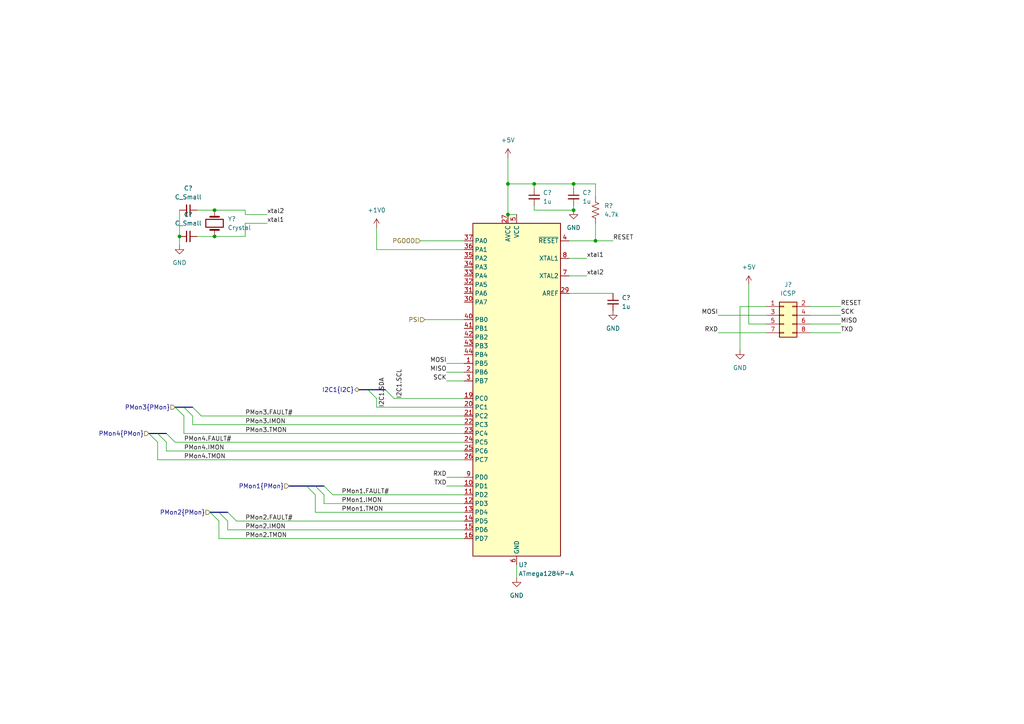
<source format=kicad_sch>
(kicad_sch (version 20211123) (generator eeschema)
  (paper "A4")
  (lib_symbols
    (symbol "Connector_Generic:Conn_02x04_Odd_Even" (pin_names (offset 1.016) hide)
      (property "Reference" "J" (at 1.27 5.08 0))
      (property "Value" "Conn_02x04_Odd_Even" (at 1.27 -7.62 0))
      (symbol "Conn_02x04_Odd_Even_1_1"
        (rectangle (start -1.27 -4.953) (end 0 -5.207) (stroke (width 0.1524)))
        (rectangle (start -1.27 -2.413) (end 0 -2.667) (stroke (width 0.1524)))
        (rectangle (start -1.27 0.127) (end 0 -0.127) (stroke (width 0.1524)))
        (rectangle (start -1.27 2.667) (end 0 2.413) (stroke (width 0.1524)))
        (rectangle (start -1.27 3.81) (end 3.81 -6.35) (stroke (width 0.254)) (fill (type background)))
        (rectangle (start 3.81 -4.953) (end 2.54 -5.207) (stroke (width 0.1524)))
        (rectangle (start 3.81 -2.413) (end 2.54 -2.667) (stroke (width 0.1524)))
        (rectangle (start 3.81 0.127) (end 2.54 -0.127) (stroke (width 0.1524)))
        (rectangle (start 3.81 2.667) (end 2.54 2.413) (stroke (width 0.1524)))
        (pin passive line (at -5.08 2.54 0) (length 3.81) (name "Pin_1") (number "1"))
        (pin passive line (at 7.62 2.54 180) (length 3.81) (name "Pin_2") (number "2"))
        (pin passive line (at -5.08 0 0) (length 3.81) (name "Pin_3") (number "3"))
        (pin passive line (at 7.62 0 180) (length 3.81) (name "Pin_4") (number "4"))
        (pin passive line (at -5.08 -2.54 0) (length 3.81) (name "Pin_5") (number "5"))
        (pin passive line (at 7.62 -2.54 180) (length 3.81) (name "Pin_6") (number "6"))
        (pin passive line (at -5.08 -5.08 0) (length 3.81) (name "Pin_7") (number "7"))
        (pin passive line (at 7.62 -5.08 180) (length 3.81) (name "Pin_8") (number "8"))
      )
    )
    (symbol "Device:C_Small" (pin_numbers hide) (pin_names (offset 0.254) hide)
      (property "Reference" "C" (at 0.254 1.778 0))
      (property "Value" "C_Small" (at 0.254 -2.032 0))
      (symbol "C_Small_0_1"
        (polyline (pts (xy -1.524 -0.508) (xy 1.524 -0.508)) (stroke (width 0.3302)))
        (polyline (pts (xy -1.524 0.508) (xy 1.524 0.508)) (stroke (width 0.3048)))
      )
      (symbol "C_Small_1_1"
        (pin passive line (at 0 2.54 270) (length 2.032) (name "~") (number "1"))
        (pin passive line (at 0 -2.54 90) (length 2.032) (name "~") (number "2"))
      )
    )
    (symbol "Device:Crystal" (pin_numbers hide) (pin_names (offset 1.016) hide)
      (property "Reference" "Y" (at 0 3.81 0))
      (property "Value" "Crystal" (at 0 -3.81 0))
      (symbol "Crystal_0_1"
        (rectangle (start -1.143 2.54) (end 1.143 -2.54) (stroke (width 0.3048)))
        (polyline (pts (xy -2.54 0) (xy -1.905 0)))
        (polyline (pts (xy -1.905 -1.27) (xy -1.905 1.27)) (stroke (width 0.508)))
        (polyline (pts (xy 1.905 -1.27) (xy 1.905 1.27)) (stroke (width 0.508)))
        (polyline (pts (xy 2.54 0) (xy 1.905 0)))
      )
      (symbol "Crystal_1_1"
        (pin passive line (at -3.81 0 0) (length 1.27) (name "1") (number "1"))
        (pin passive line (at 3.81 0 180) (length 1.27) (name "2") (number "2"))
      )
    )
    (symbol "Device:R_US" (pin_numbers hide) (pin_names (offset 0))
      (property "Reference" "R" (at 2.54 0 90))
      (property "Value" "R_US" (at -2.54 0 90))
      (symbol "R_US_0_1"
        (polyline (pts (xy 0 -2.286) (xy 0 -2.54)))
        (polyline (pts (xy 0 2.286) (xy 0 2.54)))
        (polyline (pts (xy 0 -0.762) (xy 1.016 -1.143) (xy 0 -1.524) (xy -1.016 -1.905) (xy 0 -2.286)))
        (polyline (pts (xy 0 0.762) (xy 1.016 0.381) (xy 0 0) (xy -1.016 -0.381) (xy 0 -0.762)))
        (polyline (pts (xy 0 2.286) (xy 1.016 1.905) (xy 0 1.524) (xy -1.016 1.143) (xy 0 0.762)))
      )
      (symbol "R_US_1_1"
        (pin passive line (at 0 3.81 270) (length 1.27) (name "~") (number "1"))
        (pin passive line (at 0 -3.81 90) (length 1.27) (name "~") (number "2"))
      )
    )
    (symbol "MCU_Microchip_ATmega:ATmega1284P-A"
      (property "Reference" "U" (at -12.7 49.53 0))
      (property "Value" "ATmega1284P-A" (at 2.54 -49.53 0))
      (symbol "ATmega1284P-A_0_1"
        (rectangle (start -12.7 -48.26) (end 12.7 48.26) (stroke (width 0.254)) (fill (type background)))
      )
      (symbol "ATmega1284P-A_1_1"
        (pin bidirectional line (at 15.24 7.62 180) (length 2.54) (name "PB5") (number "1"))
        (pin bidirectional line (at 15.24 -27.94 180) (length 2.54) (name "PD1") (number "10"))
        (pin bidirectional line (at 15.24 -30.48 180) (length 2.54) (name "PD2") (number "11"))
        (pin bidirectional line (at 15.24 -33.02 180) (length 2.54) (name "PD3") (number "12"))
        (pin bidirectional line (at 15.24 -35.56 180) (length 2.54) (name "PD4") (number "13"))
        (pin bidirectional line (at 15.24 -38.1 180) (length 2.54) (name "PD5") (number "14"))
        (pin bidirectional line (at 15.24 -40.64 180) (length 2.54) (name "PD6") (number "15"))
        (pin bidirectional line (at 15.24 -43.18 180) (length 2.54) (name "PD7") (number "16"))
        (pin passive line (at 0 50.8 270) (length 2.54) hide (name "VCC") (number "17"))
        (pin passive line (at 0 -50.8 90) (length 2.54) hide (name "GND") (number "18"))
        (pin bidirectional line (at 15.24 -2.54 180) (length 2.54) (name "PC0") (number "19"))
        (pin bidirectional line (at 15.24 5.08 180) (length 2.54) (name "PB6") (number "2"))
        (pin bidirectional line (at 15.24 -5.08 180) (length 2.54) (name "PC1") (number "20"))
        (pin bidirectional line (at 15.24 -7.62 180) (length 2.54) (name "PC2") (number "21"))
        (pin bidirectional line (at 15.24 -10.16 180) (length 2.54) (name "PC3") (number "22"))
        (pin bidirectional line (at 15.24 -12.7 180) (length 2.54) (name "PC4") (number "23"))
        (pin bidirectional line (at 15.24 -15.24 180) (length 2.54) (name "PC5") (number "24"))
        (pin bidirectional line (at 15.24 -17.78 180) (length 2.54) (name "PC6") (number "25"))
        (pin bidirectional line (at 15.24 -20.32 180) (length 2.54) (name "PC7") (number "26"))
        (pin power_in line (at 2.54 50.8 270) (length 2.54) (name "AVCC") (number "27"))
        (pin passive line (at 0 -50.8 90) (length 2.54) hide (name "GND") (number "28"))
        (pin passive line (at -15.24 27.94 0) (length 2.54) (name "AREF") (number "29"))
        (pin bidirectional line (at 15.24 2.54 180) (length 2.54) (name "PB7") (number "3"))
        (pin bidirectional line (at 15.24 25.4 180) (length 2.54) (name "PA7") (number "30"))
        (pin bidirectional line (at 15.24 27.94 180) (length 2.54) (name "PA6") (number "31"))
        (pin bidirectional line (at 15.24 30.48 180) (length 2.54) (name "PA5") (number "32"))
        (pin bidirectional line (at 15.24 33.02 180) (length 2.54) (name "PA4") (number "33"))
        (pin bidirectional line (at 15.24 35.56 180) (length 2.54) (name "PA3") (number "34"))
        (pin bidirectional line (at 15.24 38.1 180) (length 2.54) (name "PA2") (number "35"))
        (pin bidirectional line (at 15.24 40.64 180) (length 2.54) (name "PA1") (number "36"))
        (pin bidirectional line (at 15.24 43.18 180) (length 2.54) (name "PA0") (number "37"))
        (pin passive line (at 0 50.8 270) (length 2.54) hide (name "VCC") (number "38"))
        (pin passive line (at 0 -50.8 90) (length 2.54) hide (name "GND") (number "39"))
        (pin input line (at -15.24 43.18 0) (length 2.54) (name "~{RESET}") (number "4"))
        (pin bidirectional line (at 15.24 20.32 180) (length 2.54) (name "PB0") (number "40"))
        (pin bidirectional line (at 15.24 17.78 180) (length 2.54) (name "PB1") (number "41"))
        (pin bidirectional line (at 15.24 15.24 180) (length 2.54) (name "PB2") (number "42"))
        (pin bidirectional line (at 15.24 12.7 180) (length 2.54) (name "PB3") (number "43"))
        (pin bidirectional line (at 15.24 10.16 180) (length 2.54) (name "PB4") (number "44"))
        (pin power_in line (at 0 50.8 270) (length 2.54) (name "VCC") (number "5"))
        (pin power_in line (at 0 -50.8 90) (length 2.54) (name "GND") (number "6"))
        (pin output line (at -15.24 33.02 0) (length 2.54) (name "XTAL2") (number "7"))
        (pin input line (at -15.24 38.1 0) (length 2.54) (name "XTAL1") (number "8"))
        (pin bidirectional line (at 15.24 -25.4 180) (length 2.54) (name "PD0") (number "9"))
      )
    )
    (symbol "power:+1V0" (power) (pin_names (offset 0))
      (property "Value" "+1V0" (at 0 3.556 0))
      (symbol "+1V0_0_1"
        (polyline (pts (xy -0.762 1.27) (xy 0 2.54)))
        (polyline (pts (xy 0 0) (xy 0 2.54)))
        (polyline (pts (xy 0 2.54) (xy 0.762 1.27)))
      )
      (symbol "+1V0_1_1"
        (pin power_in line (at 0 0 90) (length 0) hide (name "+1V0") (number "1"))
      )
    )
    (symbol "power:+5V" (power) (pin_names (offset 0))
      (property "Value" "+5V" (at 0 3.556 0))
      (symbol "+5V_0_1"
        (polyline (pts (xy -0.762 1.27) (xy 0 2.54)))
        (polyline (pts (xy 0 0) (xy 0 2.54)))
        (polyline (pts (xy 0 2.54) (xy 0.762 1.27)))
      )
      (symbol "+5V_1_1"
        (pin power_in line (at 0 0 90) (length 0) hide (name "+5V") (number "1"))
      )
    )
    (symbol "power:GND" (power) (pin_names (offset 0))
      (property "Value" "GND" (at 0 -3.81 0))
      (symbol "GND_0_1"
        (polyline (pts (xy 0 0) (xy 0 -1.27) (xy 1.27 -1.27) (xy 0 -2.54) (xy -1.27 -1.27) (xy 0 -1.27)))
      )
      (symbol "GND_1_1"
        (pin power_in line (at 0 0 270) (length 0) hide (name "GND") (number "1"))
      )
    )
  )
  (junction (at 166.37 53.34))
  (junction (at 147.32 53.34))
  (junction (at 62.23 60.96))
  (junction (at 147.32 62.23))
  (junction (at 154.94 53.34))
  (junction (at 62.23 68.58))
  (junction (at 172.72 69.85))
  (junction (at 52.07 68.58))
  (junction (at 166.37 60.96))
  (bus_entry (at 43.18 125.73) (size 2.54 2.54))
  (bus_entry (at 66.04 148.59) (size 2.54 2.54))
  (bus_entry (at 60.96 148.59) (size 2.54 2.54))
  (bus_entry (at 111.76 113.03) (size 2.54 2.54))
  (bus_entry (at 48.26 125.73) (size 2.54 2.54))
  (bus_entry (at 63.5 148.59) (size 2.54 2.54))
  (bus_entry (at 50.8 118.11) (size 2.54 2.54))
  (bus_entry (at 91.44 140.97) (size 2.54 2.54))
  (bus_entry (at 45.72 125.73) (size 2.54 2.54))
  (bus_entry (at 93.98 140.97) (size 2.54 2.54))
  (bus_entry (at 55.88 118.11) (size 2.54 2.54))
  (bus_entry (at 88.9 140.97) (size 2.54 2.54))
  (bus_entry (at 53.34 118.11) (size 2.54 2.54))
  (bus_entry (at 106.68 113.03) (size 2.54 2.54))
  (wire (pts (xy 96.52 143.51) (xy 134.62 143.51)))
  (wire (pts (xy 166.37 53.34) (xy 166.37 54.61)))
  (wire (pts (xy 154.94 53.34) (xy 154.94 54.61)))
  (wire (pts (xy 214.63 88.9) (xy 214.63 101.6)))
  (wire (pts (xy 129.54 138.43) (xy 134.62 138.43)))
  (wire (pts (xy 71.12 60.96) (xy 62.23 60.96)))
  (bus (pts (xy 50.8 118.11) (xy 53.34 118.11)))
  (wire (pts (xy 147.32 53.34) (xy 147.32 62.23)))
  (bus (pts (xy 45.72 125.73) (xy 48.26 125.73)))
  (wire (pts (xy 147.32 53.34) (xy 154.94 53.34)))
  (wire (pts (xy 91.44 143.51) (xy 91.44 148.59)))
  (wire (pts (xy 62.23 68.58) (xy 71.12 68.58)))
  (wire (pts (xy 147.32 62.23) (xy 149.86 62.23)))
  (wire (pts (xy 129.54 105.41) (xy 134.62 105.41)))
  (wire (pts (xy 66.04 153.67) (xy 134.62 153.67)))
  (bus (pts (xy 63.5 148.59) (xy 66.04 148.59)))
  (wire (pts (xy 55.88 120.65) (xy 55.88 123.19)))
  (wire (pts (xy 52.07 60.96) (xy 52.07 68.58)))
  (wire (pts (xy 234.95 88.9) (xy 243.84 88.9)))
  (wire (pts (xy 50.8 128.27) (xy 134.62 128.27)))
  (wire (pts (xy 166.37 60.96) (xy 166.37 59.69)))
  (wire (pts (xy 208.28 96.52) (xy 222.25 96.52)))
  (wire (pts (xy 71.12 62.23) (xy 71.12 60.96)))
  (wire (pts (xy 45.72 133.35) (xy 134.62 133.35)))
  (bus (pts (xy 106.68 113.03) (xy 111.76 113.03)))
  (wire (pts (xy 165.1 85.09) (xy 177.8 85.09)))
  (bus (pts (xy 88.9 140.97) (xy 91.44 140.97)))
  (bus (pts (xy 104.14 113.03) (xy 106.68 113.03)))
  (wire (pts (xy 53.34 125.73) (xy 134.62 125.73)))
  (wire (pts (xy 172.72 53.34) (xy 172.72 57.15)))
  (wire (pts (xy 71.12 64.77) (xy 77.47 64.77)))
  (bus (pts (xy 53.34 118.11) (xy 55.88 118.11)))
  (wire (pts (xy 129.54 110.49) (xy 134.62 110.49)))
  (wire (pts (xy 222.25 93.98) (xy 217.17 93.98)))
  (wire (pts (xy 109.22 118.11) (xy 134.62 118.11)))
  (wire (pts (xy 149.86 163.83) (xy 149.86 167.64)))
  (wire (pts (xy 165.1 69.85) (xy 172.72 69.85)))
  (wire (pts (xy 77.47 62.23) (xy 71.12 62.23)))
  (wire (pts (xy 45.72 128.27) (xy 45.72 133.35)))
  (wire (pts (xy 208.28 91.44) (xy 222.25 91.44)))
  (wire (pts (xy 129.54 140.97) (xy 134.62 140.97)))
  (wire (pts (xy 71.12 68.58) (xy 71.12 64.77)))
  (wire (pts (xy 48.26 128.27) (xy 48.26 130.81)))
  (wire (pts (xy 63.5 156.21) (xy 134.62 156.21)))
  (wire (pts (xy 170.18 80.01) (xy 165.1 80.01)))
  (wire (pts (xy 55.88 123.19) (xy 134.62 123.19)))
  (wire (pts (xy 147.32 45.72) (xy 147.32 53.34)))
  (wire (pts (xy 172.72 64.77) (xy 172.72 69.85)))
  (wire (pts (xy 154.94 60.96) (xy 166.37 60.96)))
  (wire (pts (xy 53.34 120.65) (xy 53.34 125.73)))
  (wire (pts (xy 57.15 60.96) (xy 62.23 60.96)))
  (wire (pts (xy 234.95 91.44) (xy 243.84 91.44)))
  (wire (pts (xy 114.3 115.57) (xy 134.62 115.57)))
  (wire (pts (xy 217.17 82.55) (xy 217.17 93.98)))
  (wire (pts (xy 48.26 130.81) (xy 134.62 130.81)))
  (wire (pts (xy 222.25 88.9) (xy 214.63 88.9)))
  (wire (pts (xy 93.98 143.51) (xy 93.98 146.05)))
  (wire (pts (xy 68.58 151.13) (xy 134.62 151.13)))
  (bus (pts (xy 43.18 125.73) (xy 45.72 125.73)))
  (wire (pts (xy 63.5 151.13) (xy 63.5 156.21)))
  (wire (pts (xy 166.37 53.34) (xy 172.72 53.34)))
  (wire (pts (xy 121.92 69.85) (xy 134.62 69.85)))
  (wire (pts (xy 58.42 120.65) (xy 134.62 120.65)))
  (wire (pts (xy 109.22 66.04) (xy 109.22 72.39)))
  (wire (pts (xy 91.44 148.59) (xy 134.62 148.59)))
  (bus (pts (xy 91.44 140.97) (xy 93.98 140.97)))
  (wire (pts (xy 109.22 72.39) (xy 134.62 72.39)))
  (wire (pts (xy 93.98 146.05) (xy 134.62 146.05)))
  (wire (pts (xy 57.15 68.58) (xy 62.23 68.58)))
  (wire (pts (xy 234.95 93.98) (xy 243.84 93.98)))
  (wire (pts (xy 123.19 92.71) (xy 134.62 92.71)))
  (wire (pts (xy 109.22 115.57) (xy 109.22 118.11)))
  (wire (pts (xy 165.1 74.93) (xy 170.18 74.93)))
  (wire (pts (xy 154.94 53.34) (xy 166.37 53.34)))
  (bus (pts (xy 83.82 140.97) (xy 88.9 140.97)))
  (wire (pts (xy 154.94 60.96) (xy 154.94 59.69)))
  (wire (pts (xy 66.04 151.13) (xy 66.04 153.67)))
  (wire (pts (xy 52.07 68.58) (xy 52.07 71.12)))
  (wire (pts (xy 243.84 96.52) (xy 234.95 96.52)))
  (bus (pts (xy 60.96 148.59) (xy 63.5 148.59)))
  (wire (pts (xy 129.54 107.95) (xy 134.62 107.95)))
  (wire (pts (xy 172.72 69.85) (xy 177.8 69.85)))
  (label "xtal2" (at 77.47 62.23 0))
  (label "xtal1" (at 170.18 74.93 0))
  (label "MOSI" (at 129.54 105.41 180))
  (label "RESET" (at 177.8 69.85 0))
  (label "PMon2.FAULT#" (at 71.12 151.13 0))
  (label "RXD" (at 208.28 96.52 180))
  (label "PMon1.TMON" (at 99.06 148.59 0))
  (label "PMon3.TMON" (at 71.12 125.73 0))
  (label "TXD" (at 129.54 140.97 180))
  (label "PMon4.TMON" (at 53.34 133.35 0))
  (label "xtal1" (at 77.47 64.77 0))
  (label "I2C1.SCL" (at 116.84 115.57 90))
  (label "PMon1.FAULT#" (at 99.06 143.51 0))
  (label "xtal2" (at 170.18 80.01 0))
  (label "PMon2.IMON" (at 71.12 153.67 0))
  (label "PMon1.IMON" (at 99.06 146.05 0))
  (label "MOSI" (at 208.28 91.44 180))
  (label "PMon3.IMON" (at 71.12 123.19 0))
  (label "RXD" (at 129.54 138.43 180))
  (label "TXD" (at 243.84 96.52 0))
  (label "SCK" (at 243.84 91.44 0))
  (label "PMon2.TMON" (at 71.12 156.21 0))
  (label "SCK" (at 129.54 110.49 180))
  (label "I2C1.SDA" (at 111.76 118.11 90))
  (label "RESET" (at 243.84 88.9 0))
  (label "PMon3.FAULT#" (at 71.12 120.65 0))
  (label "MISO" (at 243.84 93.98 0))
  (label "PMon4.FAULT#" (at 53.34 128.27 0))
  (label "PMon4.IMON" (at 53.34 130.81 0))
  (label "MISO" (at 129.54 107.95 180))
  (hierarchical_label "PMon2{PMon}" (shape input) (at 60.96 148.59 180))
  (hierarchical_label "PGOOD" (shape input) (at 121.92 69.85 180))
  (hierarchical_label "PMon1{PMon}" (shape input) (at 83.82 140.97 180))
  (hierarchical_label "I2C1{I2C}" (shape bidirectional) (at 104.14 113.03 180))
  (hierarchical_label "PMon3{PMon}" (shape input) (at 50.8 118.11 180))
  (hierarchical_label "PSI" (shape input) (at 123.19 92.71 180))
  (hierarchical_label "PMon4{PMon}" (shape input) (at 43.18 125.73 180))
  (symbol (lib_id "Device:C_Small") (at 54.61 60.96 270) (unit 1)
    (property "Reference" "C?" (at 54.6036 54.61 90))
    (property "Value" "C_Small" (at 54.6036 57.15 90))
  )
  (symbol (lib_id "Device:C_Small") (at 166.37 57.15 0) (unit 1)
    (property "Reference" "C?" (at 168.91 55.8862 0) (effects (justify left)))
    (property "Value" "1u" (at 168.91 58.4262 0) (effects (justify left)))
  )
  (symbol (lib_id "power:+1V0") (at 109.22 66.04 0) (unit 1)
    (property "Reference" "#PWR?" (effects hide))
    (property "Value" "+1V0" (at 109.22 60.96 0))
  )
  (symbol (lib_id "power:+5V") (at 217.17 82.55 0) (unit 1)
    (property "Reference" "#PWR?" (effects hide))
    (property "Value" "+5V" (at 217.17 77.47 0))
  )
  (symbol (lib_id "Device:C_Small") (at 177.8 87.63 0) (unit 1)
    (property "Reference" "C?" (at 180.34 86.3662 0) (effects (justify left)))
    (property "Value" "1u" (at 180.34 88.9062 0) (effects (justify left)))
  )
  (symbol (lib_id "power:GND") (at 177.8 90.17 0) (unit 1)
    (property "Reference" "#PWR?" (effects hide))
    (property "Value" "GND" (at 177.8 95.25 0))
  )
  (symbol (lib_id "power:+5V") (at 147.32 45.72 0) (unit 1)
    (property "Reference" "#PWR?" (effects hide))
    (property "Value" "+5V" (at 147.32 40.64 0))
  )
  (symbol (lib_id "power:GND") (at 52.07 71.12 0) (unit 1)
    (property "Reference" "#PWR?" (effects hide))
    (property "Value" "GND" (at 52.07 76.2 0))
  )
  (symbol (lib_id "Device:C_Small") (at 54.61 68.58 270) (unit 1)
    (property "Reference" "C?" (at 54.6036 62.23 90))
    (property "Value" "C_Small" (at 54.6036 64.77 90))
  )
  (symbol (lib_id "Device:C_Small") (at 154.94 57.15 0) (unit 1)
    (property "Reference" "C?" (at 157.48 55.8862 0) (effects (justify left)))
    (property "Value" "1u" (at 157.48 58.4262 0) (effects (justify left)))
  )
  (symbol (lib_id "power:GND") (at 214.63 101.6 0) (unit 1)
    (property "Reference" "#PWR?" (effects hide))
    (property "Value" "GND" (at 214.63 106.68 0))
  )
  (symbol (lib_id "Connector_Generic:Conn_02x04_Odd_Even") (at 227.33 91.44 0) (unit 1)
    (property "Reference" "J?" (at 228.6 82.55 0))
    (property "Value" "ICSP" (at 228.6 85.09 0))
    (property "Footprint" "Connector_PinHeader_2.54mm:PinHeader_2x04_P2.54mm_Vertical" (effects hide))
  )
  (symbol (lib_id "power:GND") (at 149.86 167.64 0) (unit 1)
    (property "Reference" "#PWR?" (effects hide))
    (property "Value" "GND" (at 149.86 172.72 0))
  )
  (symbol (lib_id "Device:Crystal") (at 62.23 64.77 90) (unit 1)
    (property "Reference" "Y?" (at 66.04 63.4999 90) (effects (justify right)))
    (property "Value" "Crystal" (at 66.04 66.0399 90) (effects (justify right)))
    (property "Footprint" "Crystal:Crystal_SMD_EuroQuartz_MQ2-2Pin_7.0x5.0mm" (effects hide))
  )
  (symbol (lib_id "Device:R_US") (at 172.72 60.96 0) (unit 1)
    (property "Reference" "R?" (at 175.26 59.6899 0) (effects (justify left)))
    (property "Value" "4.7k" (at 175.26 62.2299 0) (effects (justify left)))
  )
  (symbol (lib_id "MCU_Microchip_ATmega:ATmega1284P-A") (at 149.86 113.03 0) (mirror y) (unit 1)
    (property "Reference" "U?" (at 150.3806 163.83 0) (effects (justify right)))
    (property "Value" "ATmega1284P-A" (at 150.3806 166.37 0) (effects (justify right)))
    (property "Footprint" "Package_QFP:TQFP-44_10x10mm_P0.8mm" (effects hide))
    (property "Datasheet" "http://ww1.microchip.com/downloads/en/DeviceDoc/Atmel-8272-8-bit-AVR-microcontroller-ATmega164A_PA-324A_PA-644A_PA-1284_P_datasheet.pdf" (effects hide))
  )
  (symbol (lib_id "power:GND") (at 166.37 60.96 0) (unit 1)
    (property "Reference" "#PWR?" (effects hide))
    (property "Value" "GND" (at 166.37 66.04 0))
  )
)
</source>
